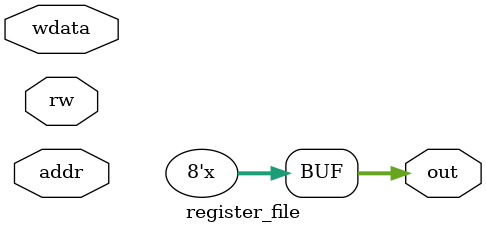
<source format=v>
module register_file(addr, out, wdata, rw);

input [4:0] addr;
input rw;
input [7:0] wdata;
output [7:0] out;

wire [4:0] addr;
wire [7:0] wdata;
wire rw;
reg [7:0] out;

reg [7:0] data [0:3];

initial begin 
    data[0] = 2;
    data[1] = 5;
    data[2] = 0;
    data[3] = 3;
end 

always @(*)
begin

    if(rw == 0) begin
        out = data[addr];
    end
    else begin
        data[addr] = wdata;
    end
end

endmodule
</source>
